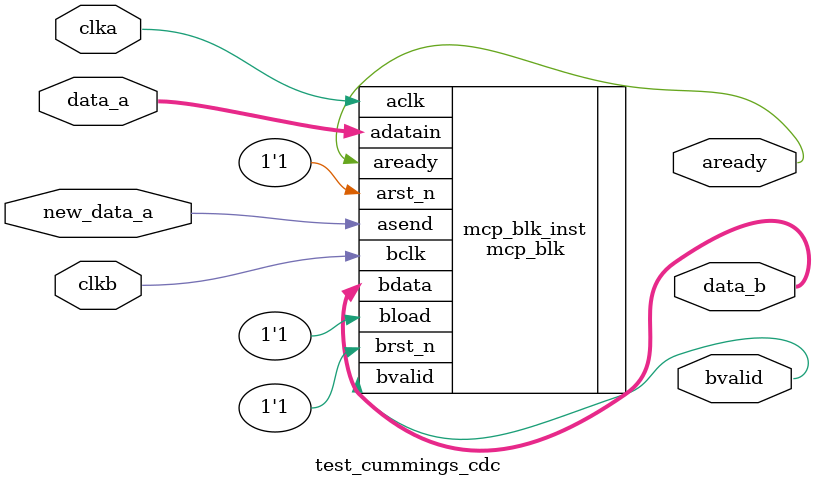
<source format=v>
module test_cummings_cdc
#(
parameter width = 8

)
(
input clka,
input clkb,
input new_data_a,
input [width-1:0] data_a,
output [width-1:0] data_b,
output aready,
output bvalid
);

mcp_blk 
#(
.width(width)
)
mcp_blk_inst
 (
/* output  logic */                 .aready  (aready), // ready to receive next data
/* input  logic [(width-1):0] */    .adatain (data_a),
/* input  logic */                  .asend   (new_data_a),
/* input  logic */                  .aclk    (clka),
/* input  logic */                  .arst_n  (1'b1),
/* output  logic  [(width-1):0]  */ .bdata   (data_b),
/* output  logic */                 .bvalid  (bvalid), // bdata valid (ready)
/* input  logic */                  .bload   (1'b1),
/* input  logic */                  .bclk    (clkb),
/* input  logic */                  .brst_n  (1'b1)
);

endmodule












</source>
